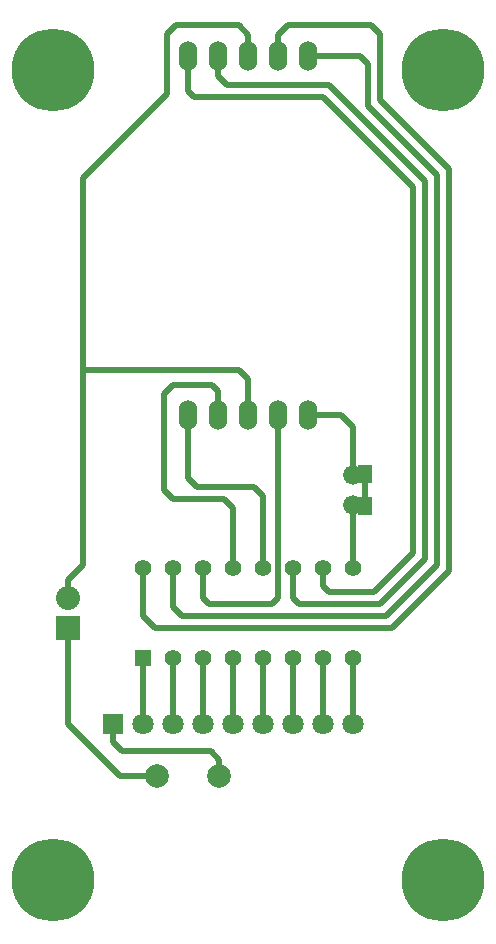
<source format=gtl>
G04 #@! TF.FileFunction,Copper,L1,Top,Signal*
%FSLAX46Y46*%
G04 Gerber Fmt 4.6, Leading zero omitted, Abs format (unit mm)*
G04 Created by KiCad (PCBNEW 4.0.7-e2-6376~58~ubuntu16.04.1) date Sun Sep 17 16:26:58 2017*
%MOMM*%
%LPD*%
G01*
G04 APERTURE LIST*
%ADD10C,0.050800*%
%ADD11O,1.524000X2.540000*%
%ADD12C,2.000000*%
%ADD13C,1.676400*%
%ADD14R,1.300000X1.500000*%
%ADD15R,0.400000X1.500000*%
%ADD16C,7.000000*%
%ADD17R,1.397000X1.397000*%
%ADD18C,1.397000*%
%ADD19R,2.032000X2.032000*%
%ADD20O,2.032000X2.032000*%
%ADD21R,1.800000X1.800000*%
%ADD22C,1.800000*%
%ADD23C,0.508000*%
G04 APERTURE END LIST*
D10*
D11*
X96520000Y-110451900D03*
X99060000Y-110451900D03*
X101600000Y-110451900D03*
X104140000Y-110451900D03*
X106680000Y-110451900D03*
X106680000Y-80048100D03*
X104140000Y-80048100D03*
X101600000Y-80048100D03*
X99060000Y-80048100D03*
X96520000Y-80048100D03*
D12*
X93870000Y-141074000D03*
X99170000Y-141074000D03*
D13*
X110490000Y-115570000D03*
X110490000Y-118110000D03*
D14*
X111490000Y-115490000D03*
X111490000Y-118190000D03*
D15*
X111490000Y-116140000D03*
X111490000Y-117540000D03*
D16*
X118110000Y-81280000D03*
X85090000Y-81280000D03*
X118110000Y-149860000D03*
X85090000Y-149860000D03*
D17*
X92710000Y-131064000D03*
D18*
X95250000Y-131064000D03*
X97790000Y-131064000D03*
X100330000Y-131064000D03*
X102870000Y-131064000D03*
X105410000Y-131064000D03*
X107950000Y-131064000D03*
X110490000Y-131064000D03*
X110490000Y-123444000D03*
X107950000Y-123444000D03*
X105410000Y-123444000D03*
X102870000Y-123444000D03*
X100330000Y-123444000D03*
X97790000Y-123444000D03*
X95250000Y-123444000D03*
X92710000Y-123444000D03*
D19*
X86360000Y-128524000D03*
D20*
X86360000Y-125984000D03*
D21*
X90170000Y-136652000D03*
D22*
X92710000Y-136652000D03*
X95250000Y-136652000D03*
X97790000Y-136652000D03*
X100330000Y-136652000D03*
X102870000Y-136652000D03*
X105410000Y-136652000D03*
X107950000Y-136652000D03*
X110490000Y-136652000D03*
D23*
X90932000Y-138938000D02*
X90170000Y-138176000D01*
X90170000Y-138176000D02*
X90170000Y-136652000D01*
X98448213Y-138938000D02*
X90932000Y-138938000D01*
X99170000Y-141074000D02*
X99170000Y-139659787D01*
X99170000Y-139659787D02*
X98448213Y-138938000D01*
X92710000Y-136652000D02*
X92710000Y-135379208D01*
X92710000Y-135379208D02*
X92710000Y-131064000D01*
X95250000Y-136652000D02*
X95250000Y-131064000D01*
X97790000Y-136652000D02*
X97790000Y-135379208D01*
X97790000Y-135379208D02*
X97790000Y-131064000D01*
X100330000Y-136652000D02*
X100330000Y-131064000D01*
X102870000Y-136652000D02*
X102870000Y-131064000D01*
X105410000Y-136652000D02*
X105410000Y-131064000D01*
X107950000Y-136652000D02*
X107950000Y-135379208D01*
X107950000Y-135379208D02*
X107950000Y-131064000D01*
X110490000Y-136652000D02*
X110490000Y-131064000D01*
X110490000Y-115570000D02*
X110920000Y-115570000D01*
X110920000Y-115570000D02*
X111490000Y-116140000D01*
X110490000Y-118110000D02*
X110920000Y-118110000D01*
X110920000Y-118110000D02*
X111490000Y-117540000D01*
X111490000Y-116140000D02*
X111490000Y-117540000D01*
X110490000Y-111506000D02*
X109435900Y-110451900D01*
X109435900Y-110451900D02*
X106680000Y-110451900D01*
X110490000Y-115570000D02*
X110490000Y-111506000D01*
X110490000Y-123444000D02*
X110490000Y-122456172D01*
X110490000Y-122456172D02*
X110490000Y-118110000D01*
X110490000Y-115570000D02*
X110060000Y-115570000D01*
X110490000Y-118110000D02*
X110060000Y-118110000D01*
X95250000Y-123444000D02*
X95250000Y-126746000D01*
X111760000Y-84328000D02*
X111760000Y-80772000D01*
X95250000Y-126746000D02*
X96012000Y-127508000D01*
X96012000Y-127508000D02*
X113284000Y-127508000D01*
X113284000Y-127508000D02*
X117602000Y-123190000D01*
X117602000Y-123190000D02*
X117602000Y-90170000D01*
X117602000Y-90170000D02*
X111760000Y-84328000D01*
X111760000Y-80772000D02*
X111036100Y-80048100D01*
X111036100Y-80048100D02*
X106680000Y-80048100D01*
X92710000Y-123444000D02*
X92710000Y-127508000D01*
X113792000Y-128524000D02*
X118618000Y-123698000D01*
X112776000Y-83820000D02*
X112776000Y-78232000D01*
X92710000Y-127508000D02*
X93726000Y-128524000D01*
X93726000Y-128524000D02*
X113792000Y-128524000D01*
X118618000Y-123698000D02*
X118618000Y-89662000D01*
X104140000Y-78270100D02*
X104140000Y-80048100D01*
X118618000Y-89662000D02*
X112776000Y-83820000D01*
X112776000Y-78232000D02*
X112014000Y-77470000D01*
X112014000Y-77470000D02*
X104940100Y-77470000D01*
X104940100Y-77470000D02*
X104140000Y-78270100D01*
X104140000Y-110451900D02*
X104140000Y-125984000D01*
X104140000Y-125984000D02*
X103632000Y-126492000D01*
X97790000Y-125984000D02*
X97790000Y-123444000D01*
X103632000Y-126492000D02*
X98298000Y-126492000D01*
X98298000Y-126492000D02*
X97790000Y-125984000D01*
X98552000Y-107950000D02*
X99060000Y-108458000D01*
X99060000Y-108458000D02*
X99060000Y-110451900D01*
X95250000Y-107950000D02*
X98552000Y-107950000D01*
X94488000Y-108712000D02*
X95250000Y-107950000D01*
X94488000Y-116840000D02*
X94488000Y-108712000D01*
X95250000Y-117602000D02*
X94488000Y-116840000D01*
X99568000Y-117602000D02*
X95250000Y-117602000D01*
X100330000Y-118364000D02*
X99568000Y-117602000D01*
X100330000Y-123444000D02*
X100330000Y-118364000D01*
X102870000Y-123444000D02*
X102870000Y-117348000D01*
X102108000Y-116586000D02*
X97282000Y-116586000D01*
X102870000Y-117348000D02*
X102108000Y-116586000D01*
X97282000Y-116586000D02*
X96520000Y-115824000D01*
X96520000Y-115824000D02*
X96520000Y-110451900D01*
X99060000Y-81788000D02*
X99060000Y-80048100D01*
X108458000Y-82550000D02*
X99822000Y-82550000D01*
X99822000Y-82550000D02*
X99060000Y-81788000D01*
X116586000Y-90678000D02*
X108458000Y-82550000D01*
X116586000Y-122682000D02*
X116586000Y-90678000D01*
X112776000Y-126492000D02*
X116586000Y-122682000D01*
X105918000Y-126492000D02*
X112776000Y-126492000D01*
X105410000Y-125984000D02*
X105918000Y-126492000D01*
X105410000Y-123444000D02*
X105410000Y-125984000D01*
X97028000Y-83566000D02*
X96520000Y-83058000D01*
X96520000Y-83058000D02*
X96520000Y-80048100D01*
X107950000Y-83566000D02*
X97028000Y-83566000D01*
X115570000Y-91186000D02*
X107950000Y-83566000D01*
X115570000Y-122174000D02*
X115570000Y-91186000D01*
X112268000Y-125476000D02*
X115570000Y-122174000D01*
X108458000Y-125476000D02*
X112268000Y-125476000D01*
X107950000Y-124968000D02*
X108458000Y-125476000D01*
X107950000Y-123444000D02*
X107950000Y-124968000D01*
X90782000Y-141074000D02*
X86360000Y-136652000D01*
X86360000Y-136652000D02*
X86360000Y-128524000D01*
X93870000Y-141074000D02*
X90782000Y-141074000D01*
X87630000Y-123190000D02*
X87630000Y-106680000D01*
X101600000Y-110451900D02*
X101600000Y-107442000D01*
X87630000Y-106680000D02*
X87630000Y-90424000D01*
X101600000Y-107442000D02*
X100838000Y-106680000D01*
X100838000Y-106680000D02*
X89408000Y-106680000D01*
X89408000Y-106680000D02*
X87630000Y-106680000D01*
X86360000Y-125984000D02*
X86360000Y-124460000D01*
X86360000Y-124460000D02*
X87630000Y-123190000D01*
X87630000Y-90424000D02*
X94742000Y-83312000D01*
X94742000Y-83312000D02*
X94742000Y-78232000D01*
X94742000Y-78232000D02*
X95504000Y-77470000D01*
X95504000Y-77470000D02*
X100799900Y-77470000D01*
X100799900Y-77470000D02*
X101600000Y-78270100D01*
X101600000Y-78270100D02*
X101600000Y-80048100D01*
M02*

</source>
